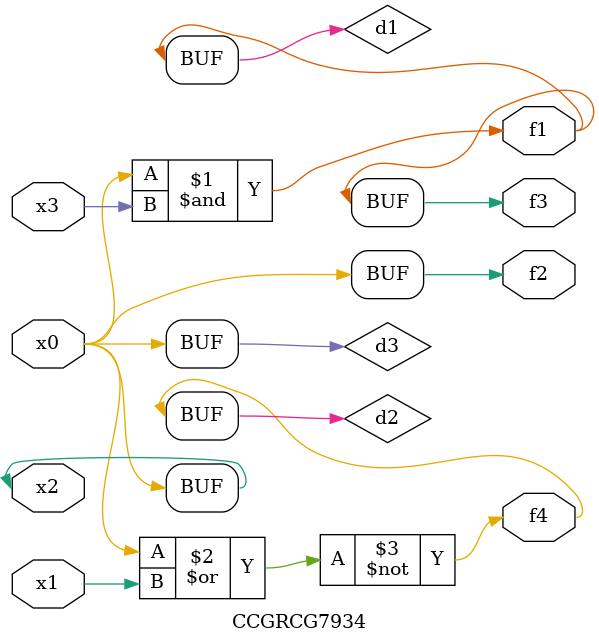
<source format=v>
module CCGRCG7934(
	input x0, x1, x2, x3,
	output f1, f2, f3, f4
);

	wire d1, d2, d3;

	and (d1, x2, x3);
	nor (d2, x0, x1);
	buf (d3, x0, x2);
	assign f1 = d1;
	assign f2 = d3;
	assign f3 = d1;
	assign f4 = d2;
endmodule

</source>
